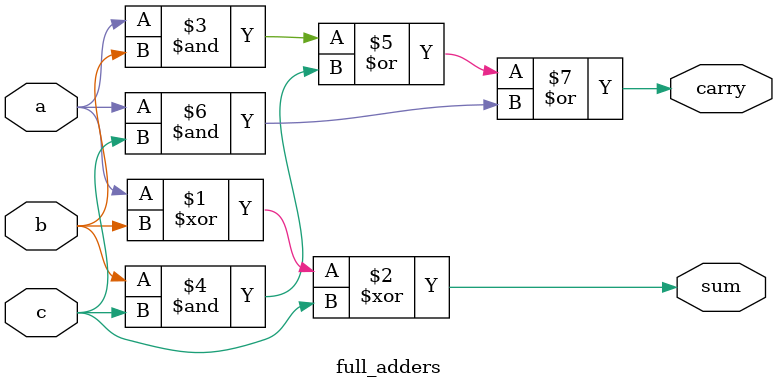
<source format=v>
`timescale 1ns / 1ps
module full_adders(a,b,c,sum,carry);
input a,b,c;
output sum ,carry;
assign sum=a^b^c;
assign carry = a&b| b&c | a&c;
endmodule

</source>
